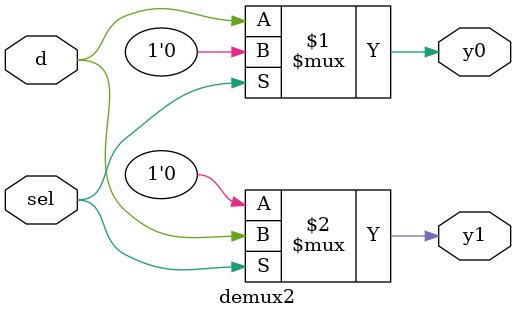
<source format=v>
module demux2(input wire d, input wire sel, output wire y0, output wire y1);
  assign y0 = sel ? 1'b0 : d;
  assign y1 = sel ? d : 1'b0;
endmodule

</source>
